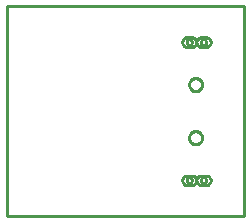
<source format=gbr>
G04 EAGLE Gerber RS-274X export*
G75*
%MOMM*%
%FSLAX34Y34*%
%LPD*%
%IN*%
%IPPOS*%
%AMOC8*
5,1,8,0,0,1.08239X$1,22.5*%
G01*
%ADD10C,0.254000*%


D10*
X165100Y12700D02*
X365000Y12700D01*
X365000Y190400D01*
X165100Y190400D01*
X165100Y12700D01*
X318900Y79409D02*
X318969Y80023D01*
X319107Y80625D01*
X319311Y81208D01*
X319579Y81765D01*
X319907Y82288D01*
X320293Y82771D01*
X320729Y83208D01*
X321212Y83593D01*
X321735Y83921D01*
X322292Y84189D01*
X322875Y84393D01*
X323477Y84531D01*
X324091Y84600D01*
X324709Y84600D01*
X325323Y84531D01*
X325925Y84393D01*
X326508Y84189D01*
X327065Y83921D01*
X327588Y83593D01*
X328071Y83208D01*
X328508Y82771D01*
X328893Y82288D01*
X329221Y81765D01*
X329489Y81208D01*
X329693Y80625D01*
X329831Y80023D01*
X329900Y79409D01*
X329900Y78791D01*
X329831Y78177D01*
X329693Y77575D01*
X329489Y76992D01*
X329221Y76435D01*
X328893Y75912D01*
X328508Y75429D01*
X328071Y74993D01*
X327588Y74607D01*
X327065Y74279D01*
X326508Y74011D01*
X325925Y73807D01*
X325323Y73669D01*
X324709Y73600D01*
X324091Y73600D01*
X323477Y73669D01*
X322875Y73807D01*
X322292Y74011D01*
X321735Y74279D01*
X321212Y74607D01*
X320729Y74993D01*
X320293Y75429D01*
X319907Y75912D01*
X319579Y76435D01*
X319311Y76992D01*
X319107Y77575D01*
X318969Y78177D01*
X318900Y78791D01*
X318900Y79409D01*
X318900Y124409D02*
X318969Y125023D01*
X319107Y125625D01*
X319311Y126208D01*
X319579Y126765D01*
X319907Y127288D01*
X320293Y127771D01*
X320729Y128208D01*
X321212Y128593D01*
X321735Y128921D01*
X322292Y129189D01*
X322875Y129393D01*
X323477Y129531D01*
X324091Y129600D01*
X324709Y129600D01*
X325323Y129531D01*
X325925Y129393D01*
X326508Y129189D01*
X327065Y128921D01*
X327588Y128593D01*
X328071Y128208D01*
X328508Y127771D01*
X328893Y127288D01*
X329221Y126765D01*
X329489Y126208D01*
X329693Y125625D01*
X329831Y125023D01*
X329900Y124409D01*
X329900Y123791D01*
X329831Y123177D01*
X329693Y122575D01*
X329489Y121992D01*
X329221Y121435D01*
X328893Y120912D01*
X328508Y120429D01*
X328071Y119993D01*
X327588Y119607D01*
X327065Y119279D01*
X326508Y119011D01*
X325925Y118807D01*
X325323Y118669D01*
X324709Y118600D01*
X324091Y118600D01*
X323477Y118669D01*
X322875Y118807D01*
X322292Y119011D01*
X321735Y119279D01*
X321212Y119607D01*
X320729Y119993D01*
X320293Y120429D01*
X319907Y120912D01*
X319579Y121435D01*
X319311Y121992D01*
X319107Y122575D01*
X318969Y123177D01*
X318900Y123791D01*
X318900Y124409D01*
X317100Y160362D02*
X317168Y160882D01*
X317304Y161389D01*
X317505Y161873D01*
X317767Y162327D01*
X318086Y162743D01*
X318457Y163114D01*
X318873Y163433D01*
X319327Y163695D01*
X319811Y163896D01*
X320318Y164032D01*
X320838Y164100D01*
X321362Y164100D01*
X321882Y164032D01*
X322389Y163896D01*
X322873Y163695D01*
X323327Y163433D01*
X323743Y163114D01*
X324114Y162743D01*
X324433Y162327D01*
X324695Y161873D01*
X324896Y161389D01*
X325032Y160882D01*
X325100Y160362D01*
X325100Y159838D01*
X325032Y159318D01*
X324896Y158811D01*
X324695Y158327D01*
X324433Y157873D01*
X324114Y157457D01*
X323743Y157086D01*
X323327Y156767D01*
X322873Y156505D01*
X322389Y156304D01*
X321882Y156168D01*
X321362Y156100D01*
X320838Y156100D01*
X320318Y156168D01*
X319811Y156304D01*
X319327Y156505D01*
X318873Y156767D01*
X318457Y157086D01*
X318086Y157457D01*
X317767Y157873D01*
X317505Y158327D01*
X317304Y158811D01*
X317168Y159318D01*
X317100Y159838D01*
X317100Y160362D01*
X313100Y160362D02*
X313168Y160882D01*
X313304Y161389D01*
X313505Y161873D01*
X313767Y162327D01*
X314086Y162743D01*
X314457Y163114D01*
X314873Y163433D01*
X315327Y163695D01*
X315811Y163896D01*
X316318Y164032D01*
X316838Y164100D01*
X317362Y164100D01*
X317882Y164032D01*
X318389Y163896D01*
X318873Y163695D01*
X319327Y163433D01*
X319743Y163114D01*
X320114Y162743D01*
X320433Y162327D01*
X320695Y161873D01*
X320896Y161389D01*
X321032Y160882D01*
X321100Y160362D01*
X321100Y159838D01*
X321032Y159318D01*
X320896Y158811D01*
X320695Y158327D01*
X320433Y157873D01*
X320114Y157457D01*
X319743Y157086D01*
X319327Y156767D01*
X318873Y156505D01*
X318389Y156304D01*
X317882Y156168D01*
X317362Y156100D01*
X316838Y156100D01*
X316318Y156168D01*
X315811Y156304D01*
X315327Y156505D01*
X314873Y156767D01*
X314457Y157086D01*
X314086Y157457D01*
X313767Y157873D01*
X313505Y158327D01*
X313304Y158811D01*
X313168Y159318D01*
X313100Y159838D01*
X313100Y160362D01*
X325100Y160362D02*
X325168Y160882D01*
X325304Y161389D01*
X325505Y161873D01*
X325767Y162327D01*
X326086Y162743D01*
X326457Y163114D01*
X326873Y163433D01*
X327327Y163695D01*
X327811Y163896D01*
X328318Y164032D01*
X328838Y164100D01*
X329362Y164100D01*
X329882Y164032D01*
X330389Y163896D01*
X330873Y163695D01*
X331327Y163433D01*
X331743Y163114D01*
X332114Y162743D01*
X332433Y162327D01*
X332695Y161873D01*
X332896Y161389D01*
X333032Y160882D01*
X333100Y160362D01*
X333100Y159838D01*
X333032Y159318D01*
X332896Y158811D01*
X332695Y158327D01*
X332433Y157873D01*
X332114Y157457D01*
X331743Y157086D01*
X331327Y156767D01*
X330873Y156505D01*
X330389Y156304D01*
X329882Y156168D01*
X329362Y156100D01*
X328838Y156100D01*
X328318Y156168D01*
X327811Y156304D01*
X327327Y156505D01*
X326873Y156767D01*
X326457Y157086D01*
X326086Y157457D01*
X325767Y157873D01*
X325505Y158327D01*
X325304Y158811D01*
X325168Y159318D01*
X325100Y159838D01*
X325100Y160362D01*
X329100Y160362D02*
X329168Y160882D01*
X329304Y161389D01*
X329505Y161873D01*
X329767Y162327D01*
X330086Y162743D01*
X330457Y163114D01*
X330873Y163433D01*
X331327Y163695D01*
X331811Y163896D01*
X332318Y164032D01*
X332838Y164100D01*
X333362Y164100D01*
X333882Y164032D01*
X334389Y163896D01*
X334873Y163695D01*
X335327Y163433D01*
X335743Y163114D01*
X336114Y162743D01*
X336433Y162327D01*
X336695Y161873D01*
X336896Y161389D01*
X337032Y160882D01*
X337100Y160362D01*
X337100Y159838D01*
X337032Y159318D01*
X336896Y158811D01*
X336695Y158327D01*
X336433Y157873D01*
X336114Y157457D01*
X335743Y157086D01*
X335327Y156767D01*
X334873Y156505D01*
X334389Y156304D01*
X333882Y156168D01*
X333362Y156100D01*
X332838Y156100D01*
X332318Y156168D01*
X331811Y156304D01*
X331327Y156505D01*
X330873Y156767D01*
X330457Y157086D01*
X330086Y157457D01*
X329767Y157873D01*
X329505Y158327D01*
X329304Y158811D01*
X329168Y159318D01*
X329100Y159838D01*
X329100Y160362D01*
X317100Y43362D02*
X317168Y43882D01*
X317304Y44389D01*
X317505Y44873D01*
X317767Y45327D01*
X318086Y45743D01*
X318457Y46114D01*
X318873Y46433D01*
X319327Y46695D01*
X319811Y46896D01*
X320318Y47032D01*
X320838Y47100D01*
X321362Y47100D01*
X321882Y47032D01*
X322389Y46896D01*
X322873Y46695D01*
X323327Y46433D01*
X323743Y46114D01*
X324114Y45743D01*
X324433Y45327D01*
X324695Y44873D01*
X324896Y44389D01*
X325032Y43882D01*
X325100Y43362D01*
X325100Y42838D01*
X325032Y42318D01*
X324896Y41811D01*
X324695Y41327D01*
X324433Y40873D01*
X324114Y40457D01*
X323743Y40086D01*
X323327Y39767D01*
X322873Y39505D01*
X322389Y39304D01*
X321882Y39168D01*
X321362Y39100D01*
X320838Y39100D01*
X320318Y39168D01*
X319811Y39304D01*
X319327Y39505D01*
X318873Y39767D01*
X318457Y40086D01*
X318086Y40457D01*
X317767Y40873D01*
X317505Y41327D01*
X317304Y41811D01*
X317168Y42318D01*
X317100Y42838D01*
X317100Y43362D01*
X313100Y43362D02*
X313168Y43882D01*
X313304Y44389D01*
X313505Y44873D01*
X313767Y45327D01*
X314086Y45743D01*
X314457Y46114D01*
X314873Y46433D01*
X315327Y46695D01*
X315811Y46896D01*
X316318Y47032D01*
X316838Y47100D01*
X317362Y47100D01*
X317882Y47032D01*
X318389Y46896D01*
X318873Y46695D01*
X319327Y46433D01*
X319743Y46114D01*
X320114Y45743D01*
X320433Y45327D01*
X320695Y44873D01*
X320896Y44389D01*
X321032Y43882D01*
X321100Y43362D01*
X321100Y42838D01*
X321032Y42318D01*
X320896Y41811D01*
X320695Y41327D01*
X320433Y40873D01*
X320114Y40457D01*
X319743Y40086D01*
X319327Y39767D01*
X318873Y39505D01*
X318389Y39304D01*
X317882Y39168D01*
X317362Y39100D01*
X316838Y39100D01*
X316318Y39168D01*
X315811Y39304D01*
X315327Y39505D01*
X314873Y39767D01*
X314457Y40086D01*
X314086Y40457D01*
X313767Y40873D01*
X313505Y41327D01*
X313304Y41811D01*
X313168Y42318D01*
X313100Y42838D01*
X313100Y43362D01*
X325100Y43362D02*
X325168Y43882D01*
X325304Y44389D01*
X325505Y44873D01*
X325767Y45327D01*
X326086Y45743D01*
X326457Y46114D01*
X326873Y46433D01*
X327327Y46695D01*
X327811Y46896D01*
X328318Y47032D01*
X328838Y47100D01*
X329362Y47100D01*
X329882Y47032D01*
X330389Y46896D01*
X330873Y46695D01*
X331327Y46433D01*
X331743Y46114D01*
X332114Y45743D01*
X332433Y45327D01*
X332695Y44873D01*
X332896Y44389D01*
X333032Y43882D01*
X333100Y43362D01*
X333100Y42838D01*
X333032Y42318D01*
X332896Y41811D01*
X332695Y41327D01*
X332433Y40873D01*
X332114Y40457D01*
X331743Y40086D01*
X331327Y39767D01*
X330873Y39505D01*
X330389Y39304D01*
X329882Y39168D01*
X329362Y39100D01*
X328838Y39100D01*
X328318Y39168D01*
X327811Y39304D01*
X327327Y39505D01*
X326873Y39767D01*
X326457Y40086D01*
X326086Y40457D01*
X325767Y40873D01*
X325505Y41327D01*
X325304Y41811D01*
X325168Y42318D01*
X325100Y42838D01*
X325100Y43362D01*
X329100Y43362D02*
X329168Y43882D01*
X329304Y44389D01*
X329505Y44873D01*
X329767Y45327D01*
X330086Y45743D01*
X330457Y46114D01*
X330873Y46433D01*
X331327Y46695D01*
X331811Y46896D01*
X332318Y47032D01*
X332838Y47100D01*
X333362Y47100D01*
X333882Y47032D01*
X334389Y46896D01*
X334873Y46695D01*
X335327Y46433D01*
X335743Y46114D01*
X336114Y45743D01*
X336433Y45327D01*
X336695Y44873D01*
X336896Y44389D01*
X337032Y43882D01*
X337100Y43362D01*
X337100Y42838D01*
X337032Y42318D01*
X336896Y41811D01*
X336695Y41327D01*
X336433Y40873D01*
X336114Y40457D01*
X335743Y40086D01*
X335327Y39767D01*
X334873Y39505D01*
X334389Y39304D01*
X333882Y39168D01*
X333362Y39100D01*
X332838Y39100D01*
X332318Y39168D01*
X331811Y39304D01*
X331327Y39505D01*
X330873Y39767D01*
X330457Y40086D01*
X330086Y40457D01*
X329767Y40873D01*
X329505Y41327D01*
X329304Y41811D01*
X329168Y42318D01*
X329100Y42838D01*
X329100Y43362D01*
M02*

</source>
